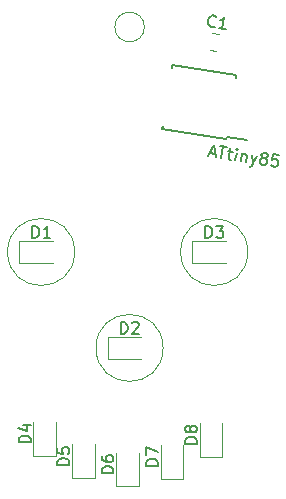
<source format=gbr>
%TF.GenerationSoftware,KiCad,Pcbnew,(5.1.6)-1*%
%TF.CreationDate,2021-01-16T18:50:24+01:00*%
%TF.ProjectId,Snowman_Earring,536e6f77-6d61-46e5-9f45-617272696e67,rev?*%
%TF.SameCoordinates,Original*%
%TF.FileFunction,Legend,Top*%
%TF.FilePolarity,Positive*%
%FSLAX46Y46*%
G04 Gerber Fmt 4.6, Leading zero omitted, Abs format (unit mm)*
G04 Created by KiCad (PCBNEW (5.1.6)-1) date 2021-01-16 18:50:24*
%MOMM*%
%LPD*%
G01*
G04 APERTURE LIST*
%ADD10C,0.120000*%
%ADD11C,0.150000*%
G04 APERTURE END LIST*
D10*
X103626738Y-88131652D02*
G75*
G03*
X103626738Y-88131652I-2839806J0D01*
G01*
X96134657Y-80010000D02*
G75*
G03*
X96134657Y-80010000I-2839806J0D01*
G01*
X110789806Y-80010000D02*
G75*
G03*
X110789806Y-80010000I-2839806J0D01*
G01*
%TO.C,REF\u002A\u002A*%
X102037932Y-60960000D02*
G75*
G03*
X102037932Y-60960000I-1251000J0D01*
G01*
%TO.C,C1*%
X107803033Y-61487872D02*
X108319104Y-61569610D01*
X107580896Y-62890390D02*
X108096967Y-62972128D01*
%TO.C,D8*%
X106722371Y-94488231D02*
X106722371Y-97348231D01*
X106722371Y-97348231D02*
X108642371Y-97348231D01*
X108642371Y-97348231D02*
X108642371Y-94488231D01*
%TO.C,D7*%
X103413665Y-96365527D02*
X103413665Y-99225527D01*
X103413665Y-99225527D02*
X105333665Y-99225527D01*
X105333665Y-99225527D02*
X105333665Y-96365527D01*
%TO.C,D6*%
X99662425Y-96997965D02*
X99662425Y-99857965D01*
X99662425Y-99857965D02*
X101582425Y-99857965D01*
X101582425Y-99857965D02*
X101582425Y-96997965D01*
%TO.C,D5*%
X95921106Y-96309263D02*
X95921106Y-99169263D01*
X95921106Y-99169263D02*
X97841106Y-99169263D01*
X97841106Y-99169263D02*
X97841106Y-96309263D01*
%TO.C,D4*%
X92640966Y-94382487D02*
X92640966Y-97242487D01*
X92640966Y-97242487D02*
X94560966Y-97242487D01*
X94560966Y-97242487D02*
X94560966Y-94382487D01*
%TO.C,D3*%
X108950000Y-79050000D02*
X106090000Y-79050000D01*
X106090000Y-79050000D02*
X106090000Y-80970000D01*
X106090000Y-80970000D02*
X108950000Y-80970000D01*
%TO.C,D2*%
X101786932Y-87171652D02*
X98926932Y-87171652D01*
X98926932Y-87171652D02*
X98926932Y-89091652D01*
X98926932Y-89091652D02*
X101786932Y-89091652D01*
%TO.C,D1*%
X94294851Y-79050000D02*
X91434851Y-79050000D01*
X91434851Y-79050000D02*
X91434851Y-80970000D01*
X91434851Y-80970000D02*
X94294851Y-80970000D01*
D11*
%TO.C,U1*%
X108997235Y-70258800D02*
X110725690Y-70532560D01*
X109827120Y-65019113D02*
X104394834Y-64158724D01*
X108965166Y-70461276D02*
X103532880Y-69600887D01*
X109827120Y-65019113D02*
X109780190Y-65315420D01*
X104394834Y-64158724D02*
X104347904Y-64455030D01*
X103532880Y-69600887D02*
X103579810Y-69304580D01*
X108965166Y-70461276D02*
X108997235Y-70258800D01*
%TO.C,C1*%
X107987632Y-60926987D02*
X107933150Y-60966570D01*
X107784603Y-60991255D01*
X107690537Y-60976357D01*
X107556888Y-60906976D01*
X107477721Y-60798012D01*
X107445587Y-60696497D01*
X107428351Y-60500917D01*
X107450699Y-60359819D01*
X107527529Y-60179137D01*
X107589460Y-60092521D01*
X107698424Y-60013354D01*
X107846972Y-59988669D01*
X107941037Y-60003567D01*
X108074686Y-60072948D01*
X108114270Y-60127430D01*
X108913389Y-61170038D02*
X108348996Y-61080647D01*
X108631193Y-61125342D02*
X108787627Y-60137654D01*
X108671214Y-60263854D01*
X108562250Y-60343021D01*
X108460735Y-60375155D01*
%TO.C,D8*%
X106484751Y-96226326D02*
X105484751Y-96226326D01*
X105484751Y-95988231D01*
X105532371Y-95845373D01*
X105627609Y-95750135D01*
X105722847Y-95702516D01*
X105913323Y-95654897D01*
X106056180Y-95654897D01*
X106246656Y-95702516D01*
X106341894Y-95750135D01*
X106437132Y-95845373D01*
X106484751Y-95988231D01*
X106484751Y-96226326D01*
X105913323Y-95083469D02*
X105865704Y-95178707D01*
X105818085Y-95226326D01*
X105722847Y-95273945D01*
X105675228Y-95273945D01*
X105579990Y-95226326D01*
X105532371Y-95178707D01*
X105484751Y-95083469D01*
X105484751Y-94892992D01*
X105532371Y-94797754D01*
X105579990Y-94750135D01*
X105675228Y-94702516D01*
X105722847Y-94702516D01*
X105818085Y-94750135D01*
X105865704Y-94797754D01*
X105913323Y-94892992D01*
X105913323Y-95083469D01*
X105960942Y-95178707D01*
X106008561Y-95226326D01*
X106103799Y-95273945D01*
X106294275Y-95273945D01*
X106389513Y-95226326D01*
X106437132Y-95178707D01*
X106484751Y-95083469D01*
X106484751Y-94892992D01*
X106437132Y-94797754D01*
X106389513Y-94750135D01*
X106294275Y-94702516D01*
X106103799Y-94702516D01*
X106008561Y-94750135D01*
X105960942Y-94797754D01*
X105913323Y-94892992D01*
%TO.C,D7*%
X103176045Y-98103622D02*
X102176045Y-98103622D01*
X102176045Y-97865527D01*
X102223665Y-97722669D01*
X102318903Y-97627431D01*
X102414141Y-97579812D01*
X102604617Y-97532193D01*
X102747474Y-97532193D01*
X102937950Y-97579812D01*
X103033188Y-97627431D01*
X103128426Y-97722669D01*
X103176045Y-97865527D01*
X103176045Y-98103622D01*
X102176045Y-97198860D02*
X102176045Y-96532193D01*
X103176045Y-96960765D01*
%TO.C,D6*%
X99424805Y-98736060D02*
X98424805Y-98736060D01*
X98424805Y-98497965D01*
X98472425Y-98355107D01*
X98567663Y-98259869D01*
X98662901Y-98212250D01*
X98853377Y-98164631D01*
X98996234Y-98164631D01*
X99186710Y-98212250D01*
X99281948Y-98259869D01*
X99377186Y-98355107D01*
X99424805Y-98497965D01*
X99424805Y-98736060D01*
X98424805Y-97307488D02*
X98424805Y-97497965D01*
X98472425Y-97593203D01*
X98520044Y-97640822D01*
X98662901Y-97736060D01*
X98853377Y-97783679D01*
X99234329Y-97783679D01*
X99329567Y-97736060D01*
X99377186Y-97688441D01*
X99424805Y-97593203D01*
X99424805Y-97402726D01*
X99377186Y-97307488D01*
X99329567Y-97259869D01*
X99234329Y-97212250D01*
X98996234Y-97212250D01*
X98900996Y-97259869D01*
X98853377Y-97307488D01*
X98805758Y-97402726D01*
X98805758Y-97593203D01*
X98853377Y-97688441D01*
X98900996Y-97736060D01*
X98996234Y-97783679D01*
%TO.C,D5*%
X95683486Y-98047358D02*
X94683486Y-98047358D01*
X94683486Y-97809263D01*
X94731106Y-97666405D01*
X94826344Y-97571167D01*
X94921582Y-97523548D01*
X95112058Y-97475929D01*
X95254915Y-97475929D01*
X95445391Y-97523548D01*
X95540629Y-97571167D01*
X95635867Y-97666405D01*
X95683486Y-97809263D01*
X95683486Y-98047358D01*
X94683486Y-96571167D02*
X94683486Y-97047358D01*
X95159677Y-97094977D01*
X95112058Y-97047358D01*
X95064439Y-96952120D01*
X95064439Y-96714024D01*
X95112058Y-96618786D01*
X95159677Y-96571167D01*
X95254915Y-96523548D01*
X95493010Y-96523548D01*
X95588248Y-96571167D01*
X95635867Y-96618786D01*
X95683486Y-96714024D01*
X95683486Y-96952120D01*
X95635867Y-97047358D01*
X95588248Y-97094977D01*
%TO.C,D4*%
X92403346Y-96120582D02*
X91403346Y-96120582D01*
X91403346Y-95882487D01*
X91450966Y-95739629D01*
X91546204Y-95644391D01*
X91641442Y-95596772D01*
X91831918Y-95549153D01*
X91974775Y-95549153D01*
X92165251Y-95596772D01*
X92260489Y-95644391D01*
X92355727Y-95739629D01*
X92403346Y-95882487D01*
X92403346Y-96120582D01*
X91736680Y-94692010D02*
X92403346Y-94692010D01*
X91355727Y-94930106D02*
X92070013Y-95168201D01*
X92070013Y-94549153D01*
%TO.C,D3*%
X107211904Y-78812380D02*
X107211904Y-77812380D01*
X107450000Y-77812380D01*
X107592857Y-77860000D01*
X107688095Y-77955238D01*
X107735714Y-78050476D01*
X107783333Y-78240952D01*
X107783333Y-78383809D01*
X107735714Y-78574285D01*
X107688095Y-78669523D01*
X107592857Y-78764761D01*
X107450000Y-78812380D01*
X107211904Y-78812380D01*
X108116666Y-77812380D02*
X108735714Y-77812380D01*
X108402380Y-78193333D01*
X108545238Y-78193333D01*
X108640476Y-78240952D01*
X108688095Y-78288571D01*
X108735714Y-78383809D01*
X108735714Y-78621904D01*
X108688095Y-78717142D01*
X108640476Y-78764761D01*
X108545238Y-78812380D01*
X108259523Y-78812380D01*
X108164285Y-78764761D01*
X108116666Y-78717142D01*
%TO.C,D2*%
X100048836Y-86934032D02*
X100048836Y-85934032D01*
X100286932Y-85934032D01*
X100429789Y-85981652D01*
X100525027Y-86076890D01*
X100572646Y-86172128D01*
X100620265Y-86362604D01*
X100620265Y-86505461D01*
X100572646Y-86695937D01*
X100525027Y-86791175D01*
X100429789Y-86886413D01*
X100286932Y-86934032D01*
X100048836Y-86934032D01*
X101001217Y-86029271D02*
X101048836Y-85981652D01*
X101144074Y-85934032D01*
X101382170Y-85934032D01*
X101477408Y-85981652D01*
X101525027Y-86029271D01*
X101572646Y-86124509D01*
X101572646Y-86219747D01*
X101525027Y-86362604D01*
X100953598Y-86934032D01*
X101572646Y-86934032D01*
%TO.C,D1*%
X92556755Y-78812380D02*
X92556755Y-77812380D01*
X92794851Y-77812380D01*
X92937708Y-77860000D01*
X93032946Y-77955238D01*
X93080565Y-78050476D01*
X93128184Y-78240952D01*
X93128184Y-78383809D01*
X93080565Y-78574285D01*
X93032946Y-78669523D01*
X92937708Y-78764761D01*
X92794851Y-78812380D01*
X92556755Y-78812380D01*
X94080565Y-78812380D02*
X93509136Y-78812380D01*
X93794851Y-78812380D02*
X93794851Y-77812380D01*
X93699612Y-77955238D01*
X93604374Y-78050476D01*
X93509136Y-78098095D01*
%TO.C,U1*%
X107571411Y-71617608D02*
X108041739Y-71692100D01*
X107432650Y-71884906D02*
X107918314Y-70949362D01*
X108091109Y-71989196D01*
X108435675Y-71031304D02*
X109000068Y-71120695D01*
X108561437Y-72063688D02*
X108717871Y-71076000D01*
X109136054Y-71479722D02*
X109512316Y-71539316D01*
X109329297Y-71172840D02*
X109195211Y-72019430D01*
X109227345Y-72120945D01*
X109313961Y-72182876D01*
X109408027Y-72197775D01*
X109737256Y-72249920D02*
X109841546Y-71591461D01*
X109893691Y-71262231D02*
X109839209Y-71301815D01*
X109878792Y-71356297D01*
X109933274Y-71316713D01*
X109893691Y-71262231D01*
X109878792Y-71356297D01*
X110311874Y-71665953D02*
X110207584Y-72324412D01*
X110296975Y-71760019D02*
X110351457Y-71720435D01*
X110452972Y-71688301D01*
X110594070Y-71710649D01*
X110680687Y-71772580D01*
X110712821Y-71874095D01*
X110630879Y-72391456D01*
X111111431Y-71792591D02*
X111242305Y-72488296D01*
X111581759Y-71867083D02*
X111242305Y-72488296D01*
X111110993Y-72708561D01*
X111056511Y-72748145D01*
X110954996Y-72780279D01*
X112084221Y-72043091D02*
X111997604Y-71981159D01*
X111958021Y-71926677D01*
X111925887Y-71825163D01*
X111933336Y-71778130D01*
X111995267Y-71691514D01*
X112049749Y-71651930D01*
X112151264Y-71619796D01*
X112339395Y-71649593D01*
X112426011Y-71711524D01*
X112465595Y-71766006D01*
X112497729Y-71867521D01*
X112490280Y-71914554D01*
X112428349Y-72001170D01*
X112373867Y-72040754D01*
X112272352Y-72072888D01*
X112084221Y-72043091D01*
X111982706Y-72075225D01*
X111928224Y-72114809D01*
X111866293Y-72201425D01*
X111836496Y-72389556D01*
X111868630Y-72491071D01*
X111908213Y-72545553D01*
X111994830Y-72607484D01*
X112182961Y-72637281D01*
X112284476Y-72605147D01*
X112338958Y-72565563D01*
X112400889Y-72478947D01*
X112430686Y-72290816D01*
X112398552Y-72189301D01*
X112358968Y-72134819D01*
X112272352Y-72072888D01*
X113421149Y-71820926D02*
X112950821Y-71746433D01*
X112829296Y-72209312D01*
X112883778Y-72169728D01*
X112985293Y-72137594D01*
X113220457Y-72174840D01*
X113307073Y-72236772D01*
X113346656Y-72291254D01*
X113378791Y-72392768D01*
X113341544Y-72627932D01*
X113279613Y-72714549D01*
X113225131Y-72754132D01*
X113123616Y-72786266D01*
X112888452Y-72749020D01*
X112801836Y-72687089D01*
X112762253Y-72632607D01*
%TD*%
M02*

</source>
